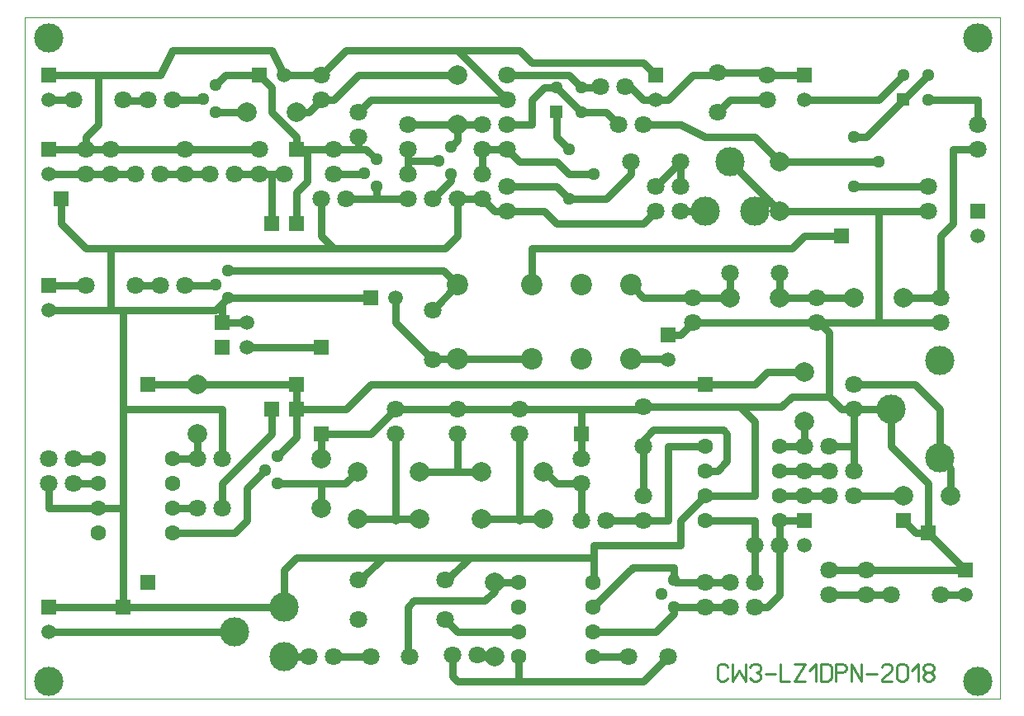
<source format=gbr>
%FSLAX34Y34*%
%MOMM*%
%LNSILK_TOP*%
G71*
G01*
%ADD10C, 0.00*%
%ADD11C, 1.52*%
%ADD12C, 1.80*%
%ADD13C, 0.80*%
%ADD14C, 1.28*%
%ADD15C, 2.00*%
%ADD16C, 1.28*%
%ADD17C, 3.00*%
%ADD18C, 1.60*%
%ADD19C, 2.20*%
%ADD20C, 3.00*%
%ADD21C, 3.00*%
%ADD22C, 0.22*%
%LPD*%
G54D10*
X-50000Y1050000D02*
X950000Y1050000D01*
X950000Y350000D01*
X-50000Y350000D01*
X-50000Y1050000D01*
G36*
X-17800Y998200D02*
X-17800Y983000D01*
X-33000Y983000D01*
X-33000Y998200D01*
X-17800Y998200D01*
G37*
X-25400Y965200D02*
G54D11*
D03*
X76200Y965200D02*
G54D12*
D03*
X101600Y965200D02*
G54D12*
D03*
X50800Y965200D02*
G54D12*
D03*
X0Y965200D02*
G54D12*
D03*
G54D13*
X51808Y963933D02*
X74933Y963933D01*
X76200Y965200D01*
X145766Y952171D02*
G54D14*
D03*
X133066Y966171D02*
G54D14*
D03*
X145766Y980171D02*
G54D14*
D03*
G36*
X182900Y998200D02*
X198100Y998200D01*
X198100Y983000D01*
X182900Y983000D01*
X182900Y998200D01*
G37*
X215900Y990600D02*
G54D11*
D03*
G54D13*
X190500Y990600D02*
X156195Y990600D01*
X145766Y980171D01*
X177800Y952500D02*
G54D15*
D03*
X228600Y952500D02*
G54D15*
D03*
G54D13*
X177800Y952500D02*
X146095Y952500D01*
X145766Y952171D01*
X254000Y990600D02*
G54D12*
D03*
X254000Y965200D02*
G54D12*
D03*
X310866Y875971D02*
G54D14*
D03*
X298166Y889971D02*
G54D14*
D03*
X310866Y903971D02*
G54D14*
D03*
G36*
X-17800Y922000D02*
X-17800Y906800D01*
X-33000Y906800D01*
X-33000Y922000D01*
X-17800Y922000D01*
G37*
X-25400Y889000D02*
G54D11*
D03*
X12700Y914400D02*
G54D12*
D03*
X12700Y889000D02*
G54D12*
D03*
X38100Y914400D02*
G54D12*
D03*
X38100Y889000D02*
G54D12*
D03*
X63500Y889000D02*
G54D12*
D03*
X88900Y889000D02*
G54D12*
D03*
X114300Y914400D02*
G54D12*
D03*
X114300Y889000D02*
G54D12*
D03*
X139700Y889000D02*
G54D12*
D03*
X165100Y889000D02*
G54D12*
D03*
X190500Y914400D02*
G54D12*
D03*
X190500Y889000D02*
G54D12*
D03*
G54D13*
X-25400Y889000D02*
X12700Y889000D01*
X38100Y889000D01*
X63500Y889000D01*
G54D13*
X88900Y889000D02*
X114300Y889000D01*
X139700Y889000D01*
G54D13*
X165100Y889000D02*
X190500Y889000D01*
G54D13*
X-25400Y965200D02*
X0Y965200D01*
G54D13*
X101600Y965200D02*
X132095Y965200D01*
X133066Y966171D01*
X266700Y914400D02*
G54D12*
D03*
X266700Y889000D02*
G54D12*
D03*
G54D13*
X266700Y889000D02*
X297195Y889000D01*
X298166Y889971D01*
G54D13*
X266700Y914400D02*
X300437Y914400D01*
X310866Y903971D01*
X292100Y952500D02*
G54D12*
D03*
X292100Y927100D02*
G54D12*
D03*
G54D13*
X292100Y927100D02*
X292100Y914400D01*
G54D13*
X228600Y952500D02*
X241300Y952500D01*
X254000Y965200D01*
X342900Y863600D02*
G54D12*
D03*
X342900Y889000D02*
G54D12*
D03*
X387066Y888671D02*
G54D14*
D03*
X374366Y902671D02*
G54D14*
D03*
X387066Y916671D02*
G54D14*
D03*
X342900Y939800D02*
G54D12*
D03*
X342900Y914400D02*
G54D12*
D03*
G54D13*
X342900Y889000D02*
X342900Y914400D01*
X254000Y863600D02*
G54D12*
D03*
X279400Y863600D02*
G54D12*
D03*
G54D13*
X279400Y863600D02*
X342900Y863600D01*
G54D13*
X310866Y875971D02*
X310866Y863421D01*
X310766Y863321D01*
X393700Y990600D02*
G54D15*
D03*
X393700Y939800D02*
G54D15*
D03*
G54D13*
X254000Y965200D02*
X266700Y965200D01*
X292100Y990600D01*
X393700Y990600D01*
G54D13*
X393700Y939800D02*
X393700Y923305D01*
X387066Y916671D01*
G54D13*
X374366Y902671D02*
X343871Y902671D01*
X342900Y901700D01*
X368300Y863600D02*
G54D12*
D03*
X393700Y863600D02*
G54D12*
D03*
G54D13*
X387066Y888671D02*
X387066Y882366D01*
X368300Y863600D01*
G54D13*
X342900Y939800D02*
X393700Y939800D01*
X419100Y939800D02*
G54D12*
D03*
X419100Y914400D02*
G54D12*
D03*
X419100Y889000D02*
G54D12*
D03*
X419100Y863600D02*
G54D12*
D03*
X444500Y939800D02*
G54D12*
D03*
X444500Y914400D02*
G54D12*
D03*
G54D13*
X419100Y914400D02*
X444500Y914400D01*
G54D13*
X419100Y914400D02*
X419100Y889000D01*
G54D13*
X393700Y939800D02*
X419100Y939800D01*
X508000Y863600D02*
G54D14*
D03*
X533400Y889000D02*
G54D14*
D03*
X508000Y914400D02*
G54D14*
D03*
X444500Y876300D02*
G54D12*
D03*
X444500Y850900D02*
G54D12*
D03*
G36*
X488900Y958900D02*
X501700Y958900D01*
X501700Y946100D01*
X488900Y946100D01*
X488900Y958900D01*
G37*
X495300Y977900D02*
G54D16*
D03*
X520700Y952500D02*
G54D16*
D03*
X520700Y977900D02*
G54D16*
D03*
X444500Y990600D02*
G54D12*
D03*
X444500Y965200D02*
G54D12*
D03*
G54D13*
X495300Y977900D02*
X520700Y952500D01*
G54D13*
X444500Y939800D02*
X469900Y939800D01*
X469900Y965200D01*
X482600Y977900D01*
X495300Y977900D01*
G54D13*
X444500Y990600D02*
X508000Y990600D01*
X520700Y977900D01*
G54D13*
X495300Y952500D02*
X495300Y927100D01*
X508000Y914400D01*
G54D13*
X444500Y876300D02*
X495300Y876300D01*
X508000Y863600D01*
G54D13*
X444500Y914400D02*
X457200Y901700D01*
X495293Y901700D01*
X508000Y888993D01*
X533400Y889000D01*
X584200Y939800D02*
G54D12*
D03*
X558800Y939800D02*
G54D12*
D03*
G54D13*
X520700Y952500D02*
X546100Y952500D01*
X558800Y939800D01*
X622300Y901700D02*
G54D12*
D03*
X571500Y901700D02*
G54D12*
D03*
G54D13*
X508000Y863600D02*
X546100Y863600D01*
X571500Y889000D01*
X571500Y901700D01*
X596900Y876300D02*
G54D12*
D03*
X596900Y850900D02*
G54D12*
D03*
G54D13*
X596900Y876300D02*
X622300Y901700D01*
X622300Y876300D02*
G54D12*
D03*
X622300Y850900D02*
G54D12*
D03*
G54D13*
X622300Y901700D02*
X622300Y876300D01*
X647700Y850900D02*
G54D17*
D03*
X698500Y850900D02*
G54D17*
D03*
X673100Y901700D02*
G54D17*
D03*
G54D13*
X622300Y850900D02*
X647700Y850900D01*
X660400Y952500D02*
G54D12*
D03*
X660400Y992500D02*
G54D12*
D03*
X566178Y978299D02*
G54D12*
D03*
X540778Y978299D02*
G54D12*
D03*
G54D13*
X520700Y977900D02*
X540379Y977900D01*
X540778Y978299D01*
G36*
X604500Y998200D02*
X604500Y983000D01*
X589300Y983000D01*
X589300Y998200D01*
X604500Y998200D01*
G37*
X596900Y965200D02*
G54D11*
D03*
G54D13*
X566178Y978299D02*
X571101Y978299D01*
X584200Y965200D01*
X596900Y965200D01*
X711200Y990600D02*
G54D12*
D03*
X711200Y965200D02*
G54D12*
D03*
G54D13*
X596900Y965200D02*
X609600Y965200D01*
X635000Y990600D01*
X658500Y990600D01*
X660400Y992500D01*
G54D13*
X660400Y992500D02*
X709300Y992500D01*
X711200Y990600D01*
X800100Y876300D02*
G54D14*
D03*
X825500Y901700D02*
G54D14*
D03*
X800100Y927100D02*
G54D14*
D03*
X723900Y901700D02*
G54D15*
D03*
X723900Y850900D02*
G54D15*
D03*
G36*
X756900Y998200D02*
X756900Y983000D01*
X741700Y983000D01*
X741700Y998200D01*
X756900Y998200D01*
G37*
X749300Y965200D02*
G54D11*
D03*
G54D13*
X711200Y990600D02*
X749300Y990600D01*
G36*
X844500Y971600D02*
X857300Y971600D01*
X857300Y958800D01*
X844500Y958800D01*
X844500Y971600D01*
G37*
X850900Y990600D02*
G54D16*
D03*
X876300Y965200D02*
G54D16*
D03*
X876300Y990600D02*
G54D16*
D03*
X927100Y914400D02*
G54D12*
D03*
X927100Y939800D02*
G54D12*
D03*
G54D13*
X850900Y965200D02*
X876300Y990600D01*
G54D13*
X876300Y965200D02*
X927100Y965200D01*
X927100Y939800D01*
X876300Y876300D02*
G54D12*
D03*
X876300Y850900D02*
G54D12*
D03*
G54D13*
X800100Y876300D02*
X876300Y876300D01*
G54D13*
X825500Y901700D02*
X723900Y901700D01*
G54D13*
X800100Y927100D02*
X812800Y927100D01*
X850900Y965200D01*
G54D13*
X584200Y939800D02*
X622300Y939800D01*
X647700Y927100D01*
X698500Y927100D01*
X723900Y901700D01*
G54D13*
X749300Y965200D02*
X825500Y965200D01*
X850900Y990600D01*
G54D13*
X444500Y850900D02*
X482600Y850900D01*
X495300Y838200D01*
X584200Y838200D01*
X596900Y850900D01*
G54D13*
X673100Y901700D02*
X723900Y850900D01*
G54D13*
X698500Y850900D02*
X703300Y850900D01*
X714400Y862000D01*
G54D13*
X711200Y965200D02*
X673100Y965200D01*
X660400Y952500D01*
G54D13*
X215900Y990600D02*
X203200Y1016000D01*
X101600Y1016000D01*
X88900Y990600D01*
X-25400Y990600D01*
G54D13*
X190500Y914400D02*
X114300Y914400D01*
X38100Y914400D01*
X12700Y914400D01*
X-25400Y914400D01*
G54D13*
X215900Y990600D02*
X254000Y990600D01*
G54D13*
X444500Y965200D02*
X304800Y965200D01*
X292100Y952500D01*
X25400Y596900D02*
G54D18*
D03*
X25400Y571500D02*
G54D18*
D03*
X25400Y546100D02*
G54D18*
D03*
X25400Y520700D02*
G54D18*
D03*
X101600Y596900D02*
G54D18*
D03*
X101600Y571500D02*
G54D18*
D03*
X101600Y546100D02*
G54D18*
D03*
X101600Y520700D02*
G54D18*
D03*
X647700Y609600D02*
G54D18*
D03*
X647700Y584200D02*
G54D18*
D03*
X647700Y558800D02*
G54D18*
D03*
X647700Y533400D02*
G54D18*
D03*
X723900Y609600D02*
G54D18*
D03*
X723900Y584200D02*
G54D18*
D03*
X723900Y558800D02*
G54D18*
D03*
X723900Y533400D02*
G54D18*
D03*
X291250Y583350D02*
G54D15*
D03*
X291250Y534950D02*
G54D15*
D03*
X394085Y698735D02*
G54D19*
D03*
X394085Y774935D02*
G54D19*
D03*
X470285Y698735D02*
G54D19*
D03*
X521085Y698735D02*
G54D19*
D03*
X571885Y698735D02*
G54D19*
D03*
X470285Y774935D02*
G54D19*
D03*
X521085Y774935D02*
G54D19*
D03*
X571885Y774935D02*
G54D19*
D03*
G36*
X934700Y858500D02*
X934700Y843300D01*
X919500Y843300D01*
X919500Y858500D01*
X934700Y858500D01*
G37*
X927100Y825500D02*
G54D11*
D03*
X889000Y736600D02*
G54D12*
D03*
X889000Y762000D02*
G54D12*
D03*
X850900Y762000D02*
G54D15*
D03*
X800100Y762000D02*
G54D15*
D03*
X762000Y736600D02*
G54D12*
D03*
X762000Y762000D02*
G54D12*
D03*
X723900Y762000D02*
G54D15*
D03*
X673100Y762000D02*
G54D15*
D03*
X635000Y736600D02*
G54D12*
D03*
X635000Y762000D02*
G54D12*
D03*
G54D13*
X635000Y762000D02*
X673100Y762000D01*
G54D13*
X723900Y762000D02*
X762000Y762000D01*
G54D13*
X762000Y762000D02*
X800100Y762000D01*
G36*
X-17800Y782300D02*
X-17800Y767100D01*
X-33000Y767100D01*
X-33000Y782300D01*
X-17800Y782300D01*
G37*
X-25400Y749300D02*
G54D11*
D03*
X63500Y774700D02*
G54D12*
D03*
X12700Y774700D02*
G54D12*
D03*
X88900Y774700D02*
G54D12*
D03*
X114300Y774700D02*
G54D12*
D03*
X158466Y761671D02*
G54D14*
D03*
X145766Y775671D02*
G54D14*
D03*
X158466Y789671D02*
G54D14*
D03*
X368300Y698500D02*
G54D12*
D03*
X368300Y749300D02*
G54D12*
D03*
G54D13*
X-25400Y774700D02*
X12700Y774700D01*
G54D13*
X63500Y774700D02*
X88900Y774700D01*
G54D13*
X114300Y774700D02*
X144795Y774700D01*
X145766Y775671D01*
G54D13*
X158466Y789671D02*
X379349Y789671D01*
X394085Y774935D01*
G54D13*
X394085Y698735D02*
X368534Y698735D01*
X368300Y698500D01*
G54D13*
X394085Y774935D02*
X393934Y774935D01*
X368300Y749300D01*
G54D13*
X-25400Y749300D02*
X146095Y749300D01*
X158466Y761671D01*
G54D13*
X394085Y698735D02*
X470285Y698735D01*
G36*
X617200Y731500D02*
X617200Y716300D01*
X602000Y716300D01*
X602000Y731500D01*
X617200Y731500D01*
G37*
X609600Y698500D02*
G54D11*
D03*
G54D13*
X571885Y698735D02*
X609365Y698735D01*
X609600Y698500D01*
X354750Y583350D02*
G54D15*
D03*
X354750Y534950D02*
G54D15*
D03*
X418250Y583350D02*
G54D15*
D03*
X418250Y534950D02*
G54D15*
D03*
X481750Y583350D02*
G54D15*
D03*
X481750Y534950D02*
G54D15*
D03*
X330200Y622300D02*
G54D12*
D03*
X330200Y647700D02*
G54D12*
D03*
X393700Y622300D02*
G54D12*
D03*
X393700Y647700D02*
G54D12*
D03*
X457200Y622300D02*
G54D12*
D03*
X457200Y647700D02*
G54D12*
D03*
X209266Y571171D02*
G54D14*
D03*
X196566Y585171D02*
G54D14*
D03*
X209266Y599171D02*
G54D14*
D03*
G54D13*
X101600Y520700D02*
X165100Y520700D01*
X177800Y533400D01*
X177800Y566405D01*
X196566Y585171D01*
G54D13*
X209266Y571171D02*
X279071Y571171D01*
X291250Y583350D01*
X520700Y571500D02*
G54D12*
D03*
X520700Y596900D02*
G54D12*
D03*
X546100Y533400D02*
G54D12*
D03*
X520700Y533400D02*
G54D12*
D03*
X0Y596900D02*
G54D12*
D03*
X-25400Y596900D02*
G54D12*
D03*
X0Y571500D02*
G54D12*
D03*
X-25400Y571500D02*
G54D12*
D03*
G54D13*
X0Y596900D02*
X25400Y596900D01*
G54D13*
X0Y571500D02*
X25400Y571500D01*
X152400Y546100D02*
G54D12*
D03*
X127000Y546100D02*
G54D12*
D03*
X152400Y596900D02*
G54D12*
D03*
X127000Y596900D02*
G54D12*
D03*
G54D13*
X101600Y546100D02*
X127000Y546100D01*
X584200Y558800D02*
G54D12*
D03*
X584200Y533400D02*
G54D12*
D03*
X584200Y649600D02*
G54D12*
D03*
X584200Y609600D02*
G54D12*
D03*
G54D13*
X520700Y571500D02*
X520700Y533400D01*
G54D13*
X546100Y533400D02*
X584200Y533400D01*
G36*
X246400Y629900D02*
X261600Y629900D01*
X261600Y614700D01*
X246400Y614700D01*
X246400Y629900D01*
G37*
G54D13*
X291250Y534950D02*
X354750Y534950D01*
G54D13*
X354750Y583350D02*
X418250Y583350D01*
G54D13*
X418250Y534950D02*
X481750Y534950D01*
G54D13*
X481750Y583350D02*
X483450Y583350D01*
X495300Y571500D01*
X520700Y571500D01*
G54D13*
X330200Y622300D02*
X330200Y533400D01*
G54D13*
X393700Y622300D02*
X393700Y584200D01*
G54D13*
X457200Y622300D02*
X457200Y533400D01*
G54D13*
X254000Y622300D02*
X304800Y622300D01*
X330200Y647700D01*
G54D13*
X330200Y647700D02*
X393700Y647700D01*
G54D13*
X393700Y647700D02*
X457200Y647700D01*
G54D13*
X584200Y609600D02*
X584200Y558800D01*
G54D13*
X457200Y647700D02*
X582300Y647700D01*
X584200Y649600D01*
G54D13*
X-25400Y571500D02*
X-25400Y546100D01*
X25400Y546100D01*
G36*
X195600Y845800D02*
X210800Y845800D01*
X210800Y830600D01*
X195600Y830600D01*
X195600Y845800D01*
G37*
G54D13*
X254000Y863600D02*
X254000Y825500D01*
X266700Y812800D01*
X381000Y812800D01*
X393700Y825500D01*
X393700Y863600D01*
X419100Y863600D01*
X431800Y850900D01*
X444500Y850900D01*
G36*
X195600Y655300D02*
X210800Y655300D01*
X210800Y640100D01*
X195600Y640100D01*
X195600Y655300D01*
G37*
G36*
X221000Y922000D02*
X236200Y922000D01*
X236200Y906800D01*
X221000Y906800D01*
X221000Y922000D01*
G37*
G54D13*
X266700Y914400D02*
X228600Y914400D01*
X228600Y927100D01*
X203200Y952500D01*
X203200Y977900D01*
X190500Y990600D01*
G36*
X221000Y845800D02*
X236200Y845800D01*
X236200Y830600D01*
X221000Y830600D01*
X221000Y845800D01*
G37*
G36*
X221000Y680700D02*
X236200Y680700D01*
X236200Y665500D01*
X221000Y665500D01*
X221000Y680700D01*
G37*
G36*
X221000Y655300D02*
X236200Y655300D01*
X236200Y640100D01*
X221000Y640100D01*
X221000Y655300D01*
G37*
G54D13*
X228600Y647700D02*
X228600Y618505D01*
X209266Y599171D01*
X215900Y889000D02*
G54D12*
D03*
X266700Y889000D02*
G54D12*
D03*
G54D13*
X190500Y889000D02*
X215900Y889000D01*
G54D13*
X203200Y838200D02*
X203200Y889000D01*
G54D13*
X228600Y838200D02*
X228600Y869900D01*
X239700Y881000D01*
X239700Y912800D01*
X241300Y914400D01*
G54D13*
X647700Y609600D02*
X609600Y609600D01*
X609600Y533400D01*
X584200Y533400D01*
X749300Y558800D02*
G54D12*
D03*
X749300Y584200D02*
G54D12*
D03*
X774700Y609600D02*
G54D12*
D03*
X749300Y609600D02*
G54D12*
D03*
G54D13*
X723900Y609600D02*
X749300Y609600D01*
G54D13*
X723900Y584200D02*
X749300Y584200D01*
G54D13*
X723900Y558800D02*
X749300Y558800D01*
X800100Y584200D02*
G54D12*
D03*
X774700Y584200D02*
G54D12*
D03*
X800100Y558800D02*
G54D12*
D03*
X774700Y558800D02*
G54D12*
D03*
G54D13*
X749300Y558800D02*
X774700Y558800D01*
G54D13*
X749300Y584200D02*
X774700Y584200D01*
G54D13*
X774700Y609600D02*
X800100Y609600D01*
X800100Y584200D01*
X850900Y558800D02*
G54D15*
D03*
X899300Y558800D02*
G54D15*
D03*
G54D13*
X800100Y558800D02*
X850900Y558800D01*
X838200Y647700D02*
G54D20*
D03*
X888200Y697700D02*
G54D20*
D03*
X888200Y597700D02*
G54D20*
D03*
G54D13*
X899300Y558800D02*
X899300Y586600D01*
X888200Y597700D01*
X800100Y647700D02*
G54D12*
D03*
X800100Y673100D02*
G54D12*
D03*
G54D13*
X838200Y647700D02*
X800100Y647700D01*
X800100Y609600D01*
G54D13*
X800100Y673100D02*
X862800Y673100D01*
X888200Y647700D01*
X888200Y597700D01*
G36*
X640100Y680700D02*
X655300Y680700D01*
X655300Y665500D01*
X640100Y665500D01*
X640100Y680700D01*
G37*
G54D13*
X698500Y673100D02*
X647700Y673100D01*
G36*
X297200Y769600D02*
X312400Y769600D01*
X312400Y754400D01*
X297200Y754400D01*
X297200Y769600D01*
G37*
X330200Y762000D02*
G54D11*
D03*
G36*
X513100Y629900D02*
X528300Y629900D01*
X528300Y614700D01*
X513100Y614700D01*
X513100Y629900D01*
G37*
G54D13*
X520700Y596900D02*
X520700Y622300D01*
X520700Y647700D01*
X698500Y469900D02*
G54D12*
D03*
X673100Y469900D02*
G54D12*
D03*
X698500Y444500D02*
G54D12*
D03*
X673100Y444500D02*
G54D12*
D03*
X647700Y469900D02*
G54D12*
D03*
X647700Y444500D02*
G54D12*
D03*
G54D13*
X673100Y469900D02*
X647700Y469900D01*
G54D13*
X673100Y444500D02*
X647700Y444500D01*
X615666Y444171D02*
G54D14*
D03*
X602966Y458171D02*
G54D14*
D03*
X615666Y472171D02*
G54D14*
D03*
G54D13*
X647700Y469900D02*
X617937Y469900D01*
X615666Y472171D01*
G54D13*
X647700Y444500D02*
X615995Y444500D01*
X615666Y444171D01*
G36*
X922000Y490200D02*
X922000Y475000D01*
X906800Y475000D01*
X906800Y490200D01*
X922000Y490200D01*
G37*
X914400Y457200D02*
G54D11*
D03*
G54D13*
X838200Y647700D02*
X838200Y609600D01*
X876300Y571500D01*
X876300Y520700D01*
X914400Y482600D01*
X838200Y457200D02*
G54D12*
D03*
X889000Y457200D02*
G54D12*
D03*
X812800Y457200D02*
G54D12*
D03*
X812800Y482600D02*
G54D12*
D03*
X774700Y482600D02*
G54D12*
D03*
X774700Y457200D02*
G54D12*
D03*
G54D13*
X914400Y457200D02*
X889000Y457200D01*
G54D13*
X838200Y457200D02*
X812800Y457200D01*
X774700Y457200D01*
G54D13*
X914400Y482600D02*
X812800Y482600D01*
X774700Y482600D01*
X533251Y393690D02*
G54D18*
D03*
X533251Y419090D02*
G54D18*
D03*
X533251Y444491D02*
G54D18*
D03*
X533251Y469890D02*
G54D18*
D03*
X457051Y393690D02*
G54D18*
D03*
X457051Y419090D02*
G54D18*
D03*
X457051Y444491D02*
G54D18*
D03*
X457051Y469890D02*
G54D18*
D03*
G54D13*
X615666Y444171D02*
X615666Y437866D01*
X596900Y419100D01*
X533251Y419090D01*
G54D13*
X615666Y472171D02*
X615666Y484721D01*
X615566Y484821D01*
X573721Y484821D01*
X571500Y482600D01*
X571360Y482600D01*
X533251Y444491D01*
G54D13*
X647700Y558800D02*
X622300Y533400D01*
X622300Y508000D01*
X533400Y508000D01*
X533400Y470040D01*
X533251Y469890D01*
X388726Y395177D02*
G54D12*
D03*
X414126Y395177D02*
G54D12*
D03*
X381000Y471800D02*
G54D12*
D03*
X381000Y431800D02*
G54D12*
D03*
X431800Y469900D02*
G54D15*
D03*
X431800Y393700D02*
G54D15*
D03*
G54D13*
X457051Y469890D02*
X431800Y469900D01*
G54D13*
X457051Y419090D02*
X393710Y419090D01*
X381000Y431800D01*
G54D13*
X381000Y471800D02*
X382900Y471800D01*
X406400Y495300D01*
X533400Y495300D01*
X292100Y471800D02*
G54D12*
D03*
X292100Y431800D02*
G54D12*
D03*
G54D13*
X292100Y471800D02*
X294000Y471800D01*
X317500Y495300D01*
X406400Y495300D01*
G54D13*
X25400Y546100D02*
X50800Y546100D01*
X50800Y647700D01*
X152400Y647700D01*
X152400Y596900D01*
G36*
X68600Y477500D02*
X83800Y477500D01*
X83800Y462300D01*
X68600Y462300D01*
X68600Y477500D01*
G37*
G36*
X68600Y680700D02*
X83800Y680700D01*
X83800Y665500D01*
X68600Y665500D01*
X68600Y680700D01*
G37*
X304800Y393700D02*
G54D12*
D03*
X344800Y393700D02*
G54D12*
D03*
X215900Y393700D02*
G54D17*
D03*
X215900Y444500D02*
G54D17*
D03*
X165100Y419100D02*
G54D17*
D03*
G36*
X-17800Y452100D02*
X-17800Y436900D01*
X-33000Y436900D01*
X-33000Y452100D01*
X-17800Y452100D01*
G37*
X-25400Y419100D02*
G54D11*
D03*
X266700Y393700D02*
G54D12*
D03*
X241300Y393700D02*
G54D12*
D03*
G54D13*
X431800Y469900D02*
X431800Y460300D01*
X422300Y450800D01*
X349200Y450800D01*
X342900Y444500D01*
X342900Y395600D01*
X344800Y393700D01*
G54D13*
X304800Y393700D02*
X266700Y393700D01*
G54D13*
X241300Y393700D02*
X215900Y393700D01*
G54D13*
X215900Y444500D02*
X215900Y482600D01*
X228600Y495300D01*
X317500Y495300D01*
G54D13*
X165100Y419100D02*
X-25400Y419100D01*
G36*
X756900Y541000D02*
X756900Y525800D01*
X741700Y525800D01*
X741700Y541000D01*
X756900Y541000D01*
G37*
X749300Y508000D02*
G54D11*
D03*
X723900Y508000D02*
G54D12*
D03*
X698500Y508000D02*
G54D12*
D03*
G54D13*
X723900Y533400D02*
X749300Y533400D01*
G54D13*
X723900Y533400D02*
X723900Y508000D01*
G54D13*
X647700Y533400D02*
X698500Y533400D01*
X698500Y508000D01*
G54D13*
X698500Y508000D02*
X698500Y469900D01*
G54D13*
X723900Y508000D02*
X723900Y457200D01*
X711200Y444500D01*
X698500Y444500D01*
G36*
X43200Y452100D02*
X58400Y452100D01*
X58400Y436900D01*
X43200Y436900D01*
X43200Y452100D01*
G37*
X-25400Y1028700D02*
G54D12*
D03*
X927100Y1028700D02*
G54D12*
D03*
X927100Y368300D02*
G54D12*
D03*
X-25400Y368300D02*
G54D12*
D03*
X-25400Y1028700D02*
G54D12*
D03*
X-25400Y1028700D02*
G54D12*
D03*
X-25400Y1028700D02*
G54D12*
D03*
X927100Y1028700D02*
G54D12*
D03*
X927100Y368300D02*
G54D12*
D03*
X-25400Y368300D02*
G54D12*
D03*
X-25400Y1028700D02*
G54D12*
D03*
X-25400Y1028700D02*
G54D21*
D03*
X927100Y1028700D02*
G54D21*
D03*
X927100Y368300D02*
G54D21*
D03*
X-25400Y368300D02*
G54D21*
D03*
X673100Y787400D02*
G54D12*
D03*
X723900Y787400D02*
G54D12*
D03*
G54D13*
X431800Y393700D02*
X415603Y393700D01*
X414126Y395177D01*
X569600Y393700D02*
G54D12*
D03*
X609600Y393700D02*
G54D12*
D03*
G54D13*
X533251Y393690D02*
X569600Y393700D01*
G54D13*
X388726Y395177D02*
X388726Y373274D01*
X393700Y368300D01*
X584200Y368300D01*
X609600Y393700D01*
G54D13*
X457051Y393690D02*
X457051Y368449D01*
X457200Y368300D01*
G54D22*
X671067Y371633D02*
X669733Y369411D01*
X667067Y368300D01*
X664400Y368300D01*
X661733Y369411D01*
X660400Y371633D01*
X660400Y382744D01*
X661733Y384967D01*
X664400Y386078D01*
X667067Y386078D01*
X669733Y384967D01*
X671067Y382744D01*
G54D22*
X675956Y386078D02*
X675956Y368300D01*
X682623Y379411D01*
X689289Y368300D01*
X689289Y386078D01*
G54D22*
X694178Y382744D02*
X695511Y384967D01*
X698178Y386078D01*
X700845Y386078D01*
X703511Y384967D01*
X704845Y382744D01*
X704845Y380522D01*
X703511Y378300D01*
X700845Y377189D01*
X703511Y376078D01*
X704845Y373856D01*
X704845Y371633D01*
X703511Y369411D01*
X700845Y368300D01*
X698178Y368300D01*
X695511Y369411D01*
X694178Y371633D01*
G54D22*
X709734Y376078D02*
X720401Y376078D01*
G54D22*
X725290Y386078D02*
X725290Y368300D01*
X734623Y368300D01*
G54D22*
X739512Y386078D02*
X750179Y386078D01*
X739512Y368300D01*
X750179Y368300D01*
G54D22*
X755068Y379411D02*
X761735Y386078D01*
X761735Y368300D01*
G54D22*
X766624Y368300D02*
X766624Y386078D01*
X773291Y386078D01*
X775957Y384967D01*
X777291Y382744D01*
X777291Y371633D01*
X775957Y369411D01*
X773291Y368300D01*
X766624Y368300D01*
G54D22*
X782180Y368300D02*
X782180Y386078D01*
X788847Y386078D01*
X791513Y384967D01*
X792847Y382744D01*
X792847Y380522D01*
X791513Y378300D01*
X788847Y377189D01*
X782180Y377189D01*
G54D22*
X797736Y368300D02*
X797736Y386078D01*
X808403Y368300D01*
X808403Y386078D01*
G54D22*
X813292Y376078D02*
X823959Y376078D01*
G54D22*
X839515Y368300D02*
X828848Y368300D01*
X828848Y369411D01*
X830181Y371633D01*
X838181Y378300D01*
X839515Y380522D01*
X839515Y382744D01*
X838181Y384967D01*
X835515Y386078D01*
X832848Y386078D01*
X830181Y384967D01*
X828848Y382744D01*
G54D22*
X855071Y382744D02*
X855071Y371633D01*
X853737Y369411D01*
X851071Y368300D01*
X848404Y368300D01*
X845737Y369411D01*
X844404Y371633D01*
X844404Y382744D01*
X845737Y384967D01*
X848404Y386078D01*
X851071Y386078D01*
X853737Y384967D01*
X855071Y382744D01*
G54D22*
X859960Y379411D02*
X866627Y386078D01*
X866627Y368300D01*
G54D22*
X878183Y377189D02*
X875516Y377189D01*
X872849Y378300D01*
X871516Y380522D01*
X871516Y382744D01*
X872849Y384967D01*
X875516Y386078D01*
X878183Y386078D01*
X880849Y384967D01*
X882183Y382744D01*
X882183Y380522D01*
X880849Y378300D01*
X878183Y377189D01*
X880849Y376078D01*
X882183Y373856D01*
X882183Y371633D01*
X880849Y369411D01*
X878183Y368300D01*
X875516Y368300D01*
X872849Y369411D01*
X871516Y371633D01*
X871516Y373856D01*
X872849Y376078D01*
X875516Y377189D01*
G36*
X-20300Y871200D02*
X-5100Y871200D01*
X-5100Y856000D01*
X-20300Y856000D01*
X-20300Y871200D01*
G37*
G54D13*
X-12700Y863600D02*
X-12700Y838200D01*
X12700Y812800D01*
X279400Y812800D01*
G54D13*
X38100Y812800D02*
X38100Y749300D01*
G54D13*
X12700Y914400D02*
X12700Y927100D01*
X25400Y939800D01*
X25400Y990600D01*
G54D13*
X254000Y990600D02*
X279400Y1016000D01*
X393700Y1016000D01*
X444500Y965200D01*
G54D13*
X596900Y990600D02*
X584200Y1003300D01*
X469900Y1003300D01*
X457200Y1016000D01*
X393700Y1016000D01*
X749300Y635000D02*
G54D15*
D03*
X749300Y685800D02*
G54D15*
D03*
G54D13*
X698500Y673100D02*
X711200Y685800D01*
G54D13*
X749300Y685800D02*
X711200Y685800D01*
X698500Y673100D01*
X647700Y673100D01*
G54D13*
X749300Y609600D02*
X749300Y635000D01*
X127000Y622300D02*
G54D15*
D03*
X127000Y673100D02*
G54D15*
D03*
G54D13*
X127000Y622300D02*
X127000Y596900D01*
G54D13*
X76200Y673100D02*
X127000Y673100D01*
G54D13*
X101600Y596900D02*
X127000Y596900D01*
G54D13*
X50800Y647700D02*
X50800Y749300D01*
X254000Y546100D02*
G54D15*
D03*
X254000Y596900D02*
G54D15*
D03*
G54D13*
X254000Y596900D02*
X254000Y622300D01*
G54D13*
X254000Y546100D02*
X254000Y571500D01*
G54D13*
X584200Y649600D02*
X683900Y649600D01*
X698500Y635000D01*
X698500Y558800D01*
X647700Y558800D01*
G54D13*
X584200Y609600D02*
X584200Y615200D01*
X594900Y625900D01*
X666400Y625900D01*
X669900Y622400D01*
X669900Y593700D01*
X660400Y584200D01*
X647700Y584200D01*
G54D13*
X50800Y546100D02*
X50800Y444500D01*
G54D13*
X-25400Y444500D02*
X50800Y444500D01*
X215900Y444500D01*
G54D13*
X203200Y647700D02*
X203200Y622300D01*
X152400Y571500D01*
X152400Y546100D01*
G54D13*
X228600Y647700D02*
X279400Y647700D01*
X304800Y673100D01*
X647700Y673100D01*
G54D13*
X127000Y673100D02*
X228600Y673100D01*
X228600Y647700D01*
G54D13*
X158466Y761671D02*
X304471Y761671D01*
X304800Y762000D01*
G54D13*
X330200Y762000D02*
X330200Y736599D01*
X368300Y698500D01*
G36*
X246400Y718800D02*
X261600Y718800D01*
X261600Y703600D01*
X246400Y703600D01*
X246400Y718800D01*
G37*
G54D13*
X177800Y711200D02*
X254000Y711200D01*
G54D13*
X414126Y395177D02*
X430323Y395177D01*
X431800Y393700D01*
G54D13*
X800100Y647700D02*
X787400Y647700D01*
X774700Y660400D01*
X736600Y660400D01*
X725800Y649600D01*
X584200Y649600D01*
G54D13*
X876300Y850900D02*
X825500Y850900D01*
X825500Y736600D01*
X762000Y736600D01*
G54D13*
X762000Y736600D02*
X764300Y736600D01*
X774700Y726200D01*
X774700Y660400D01*
X787400Y647700D01*
X800100Y647700D01*
G54D13*
X609600Y723900D02*
X622300Y723900D01*
X635000Y736600D01*
G54D13*
X850900Y762000D02*
X889000Y762000D01*
G54D13*
X635000Y736600D02*
X762000Y736600D01*
X889000Y736600D01*
G54D13*
X723900Y850900D02*
X876300Y850900D01*
G54D13*
X927100Y914400D02*
X901700Y914400D01*
X901700Y838200D01*
X889000Y825500D01*
X889000Y762000D01*
G54D13*
X635000Y762000D02*
X584820Y762000D01*
X571885Y774935D01*
G54D13*
X673100Y762000D02*
X673100Y787400D01*
G54D13*
X723900Y762000D02*
X723900Y787400D01*
G36*
X779800Y833100D02*
X795000Y833100D01*
X795000Y817900D01*
X779800Y817900D01*
X779800Y833100D01*
G37*
G54D13*
X470285Y774935D02*
X470285Y812415D01*
X469900Y812800D01*
X736600Y812800D01*
X749300Y825500D01*
X787400Y825500D01*
G36*
X144800Y718800D02*
X160000Y718800D01*
X160000Y703600D01*
X144800Y703600D01*
X144800Y718800D01*
G37*
X177800Y711200D02*
G54D11*
D03*
G36*
X144800Y744200D02*
X160000Y744200D01*
X160000Y729000D01*
X144800Y729000D01*
X144800Y744200D01*
G37*
X177800Y736600D02*
G54D11*
D03*
G54D13*
X152400Y736600D02*
X152400Y755605D01*
X158466Y761671D01*
G54D13*
X152400Y736600D02*
X177800Y736600D01*
G36*
X779800Y833100D02*
X795000Y833100D01*
X795000Y817900D01*
X779800Y817900D01*
X779800Y833100D01*
G37*
G36*
X919500Y858500D02*
X934700Y858500D01*
X934700Y843300D01*
X919500Y843300D01*
X919500Y858500D01*
G37*
G36*
X868700Y528300D02*
X883900Y528300D01*
X883900Y513100D01*
X868700Y513100D01*
X868700Y528300D01*
G37*
G36*
X843300Y541000D02*
X858500Y541000D01*
X858500Y525800D01*
X843300Y525800D01*
X843300Y541000D01*
G37*
G54D13*
X876300Y520700D02*
X863600Y520700D01*
X850900Y533400D01*
M02*

</source>
